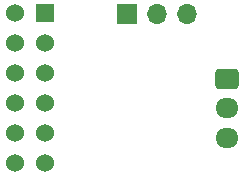
<source format=gbr>
%TF.GenerationSoftware,KiCad,Pcbnew,8.0.3*%
%TF.CreationDate,2024-07-02T09:20:04-05:00*%
%TF.ProjectId,Cartpole_ADC_interface,43617274-706f-46c6-955f-4144435f696e,rev?*%
%TF.SameCoordinates,Original*%
%TF.FileFunction,Copper,L2,Bot*%
%TF.FilePolarity,Positive*%
%FSLAX46Y46*%
G04 Gerber Fmt 4.6, Leading zero omitted, Abs format (unit mm)*
G04 Created by KiCad (PCBNEW 8.0.3) date 2024-07-02 09:20:04*
%MOMM*%
%LPD*%
G01*
G04 APERTURE LIST*
G04 Aperture macros list*
%AMRoundRect*
0 Rectangle with rounded corners*
0 $1 Rounding radius*
0 $2 $3 $4 $5 $6 $7 $8 $9 X,Y pos of 4 corners*
0 Add a 4 corners polygon primitive as box body*
4,1,4,$2,$3,$4,$5,$6,$7,$8,$9,$2,$3,0*
0 Add four circle primitives for the rounded corners*
1,1,$1+$1,$2,$3*
1,1,$1+$1,$4,$5*
1,1,$1+$1,$6,$7*
1,1,$1+$1,$8,$9*
0 Add four rect primitives between the rounded corners*
20,1,$1+$1,$2,$3,$4,$5,0*
20,1,$1+$1,$4,$5,$6,$7,0*
20,1,$1+$1,$6,$7,$8,$9,0*
20,1,$1+$1,$8,$9,$2,$3,0*%
G04 Aperture macros list end*
%TA.AperFunction,ComponentPad*%
%ADD10R,1.700000X1.700000*%
%TD*%
%TA.AperFunction,ComponentPad*%
%ADD11O,1.700000X1.700000*%
%TD*%
%TA.AperFunction,ComponentPad*%
%ADD12R,1.524000X1.524000*%
%TD*%
%TA.AperFunction,ComponentPad*%
%ADD13C,1.524000*%
%TD*%
%TA.AperFunction,ComponentPad*%
%ADD14RoundRect,0.250000X-0.725000X0.600000X-0.725000X-0.600000X0.725000X-0.600000X0.725000X0.600000X0*%
%TD*%
%TA.AperFunction,ComponentPad*%
%ADD15O,1.950000X1.700000*%
%TD*%
G04 APERTURE END LIST*
D10*
%TO.P,J2,1,Pin_1*%
%TO.N,GND*%
X100000000Y-90000000D03*
D11*
%TO.P,J2,2,Pin_2*%
%TO.N,Net-(J1-Pin_2)*%
X102540000Y-90000000D03*
%TO.P,J2,3,Pin_3*%
%TO.N,Net-(J1-Pin_3)*%
X105080000Y-90000000D03*
%TD*%
D12*
%TO.P,JA1,1,Pin_1*%
%TO.N,unconnected-(JA1-Pin_1-Pad1)*%
X93040000Y-89920000D03*
D13*
%TO.P,JA1,2,Pin_2*%
%TO.N,unconnected-(JA1-Pin_2-Pad2)*%
X93040000Y-92460000D03*
%TO.P,JA1,3,Pin_3*%
%TO.N,Net-(JA1-Pin_3)*%
X93040000Y-95000000D03*
%TO.P,JA1,4,Pin_4*%
%TO.N,unconnected-(JA1-Pin_4-Pad4)*%
X93040000Y-97540000D03*
%TO.P,JA1,5,Pin_5*%
%TO.N,GND*%
X93040000Y-100080000D03*
%TO.P,JA1,6,Pin_6*%
%TO.N,Net-(JA1-Pin_6)*%
X93040000Y-102620000D03*
%TO.P,JA1,7,Pin_7*%
%TO.N,unconnected-(JA1-Pin_7-Pad7)*%
X90500000Y-89920000D03*
%TO.P,JA1,8,Pin_8*%
%TO.N,unconnected-(JA1-Pin_8-Pad8)*%
X90500000Y-92460000D03*
%TO.P,JA1,9,Pin_9*%
%TO.N,unconnected-(JA1-Pin_9-Pad9)*%
X90500000Y-95000000D03*
%TO.P,JA1,10,Pin_10*%
%TO.N,unconnected-(JA1-Pin_10-Pad10)*%
X90500000Y-97540000D03*
%TO.P,JA1,11,Pin_11*%
%TO.N,unconnected-(JA1-Pin_11-Pad11)*%
X90500000Y-100080000D03*
%TO.P,JA1,12,Pin_12*%
%TO.N,unconnected-(JA1-Pin_12-Pad12)*%
X90500000Y-102620000D03*
%TD*%
D14*
%TO.P,J1,1,Pin_1*%
%TO.N,GND*%
X108500000Y-95500000D03*
D15*
%TO.P,J1,2,Pin_2*%
%TO.N,Net-(J1-Pin_2)*%
X108500000Y-98000000D03*
%TO.P,J1,3,Pin_3*%
%TO.N,Net-(J1-Pin_3)*%
X108500000Y-100500000D03*
%TD*%
M02*

</source>
